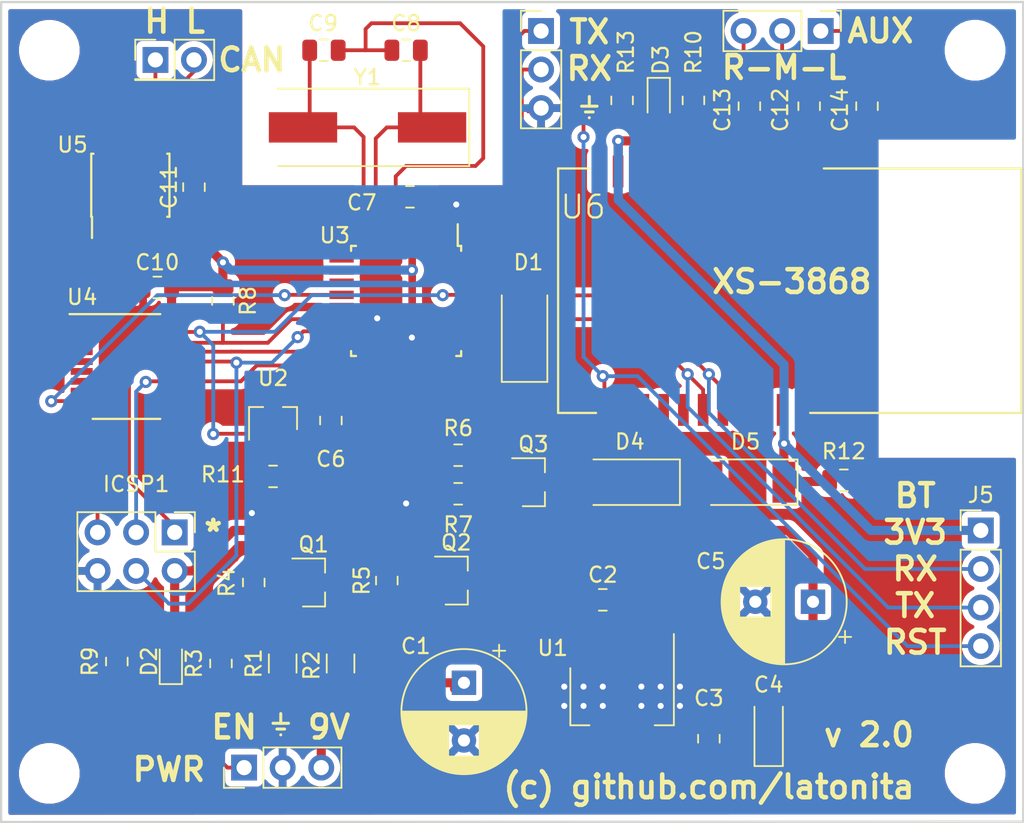
<source format=kicad_pcb>
(kicad_pcb (version 20171130) (host pcbnew 5.0.2-bee76a0~70~ubuntu18.04.1)
  (layers (0 F.Cu signal) (31 B.Cu signal) (34 B.Paste user) (35 F.Paste user) (36 B.SilkS user) (37 F.SilkS user) (38 B.Mask user) (39 F.Mask user) (44 Edge.Cuts user))
  (net 0 "")
  (net 1 "Net-(C12-Pad1)")
  (net 2 "Net-(C14-Pad1)")
  (net 3 "Net-(C13-Pad1)")
  (net 4 "Net-(U6-Pad4)")
  (net 5 "Net-(U6-Pad5)")
  (net 6 "Net-(U6-Pad6)")
  (net 7 "Net-(U6-Pad8)")
  (net 8 GND)
  (net 9 "Net-(U6-Pad23)")
  (net 10 "Net-(U6-Pad22)")
  (net 11 "Net-(U6-Pad21)")
  (net 12 /BT_RX)
  (net 13 /BT_TX)
  (net 14 "Net-(U6-Pad17)")
  (net 15 "Net-(U6-Pad16)")
  (net 16 "Net-(U6-Pad15)")
  (net 17 "Net-(U6-Pad14)")
  (net 18 +9V)
  (net 19 /PWR)
  (net 20 "Net-(Q3-Pad1)")
  (net 21 ENA_SIG_5V)
  (net 22 "Net-(Q1-Pad1)")
  (net 23 "Net-(Q1-Pad3)")
  (net 24 /BT_ON)
  (net 25 /CAN_CS)
  (net 26 "Net-(D2-Pad1)")
  (net 27 "Net-(D3-Pad1)")
  (net 28 /~RESET~)
  (net 29 "Net-(U4-Pad1)")
  (net 30 "Net-(U4-Pad2)")
  (net 31 "Net-(U4-Pad3)")
  (net 32 "Net-(U4-Pad4)")
  (net 33 "Net-(U4-Pad5)")
  (net 34 "Net-(U4-Pad6)")
  (net 35 "Net-(U4-Pad7)")
  (net 36 "Net-(U4-Pad8)")
  (net 37 /MCP_CLK)
  (net 38 "Net-(U4-Pad11)")
  (net 39 "Net-(U4-Pad12)")
  (net 40 /CAN_INT)
  (net 41 /SCK)
  (net 42 "Net-(U4-Pad15)")
  (net 43 /MOSI)
  (net 44 /MISO)
  (net 45 "Net-(U5-Pad5)")
  (net 46 "Net-(U3-Pad1)")
  (net 47 "Net-(U3-Pad2)")
  (net 48 "Net-(U3-Pad3)")
  (net 49 "Net-(U3-Pad6)")
  (net 50 /XTAL1)
  (net 51 /XTAL2)
  (net 52 "Net-(U3-Pad9)")
  (net 53 "Net-(U3-Pad10)")
  (net 54 "Net-(U3-Pad11)")
  (net 55 "Net-(U3-Pad13)")
  (net 56 "Net-(U3-Pad19)")
  (net 57 "Net-(U3-Pad20)")
  (net 58 "Net-(U3-Pad22)")
  (net 59 "Net-(D1-Pad1)")
  (net 60 /BT_LED)
  (net 61 /RXD)
  (net 62 /TXD)
  (net 63 "Net-(U3-Pad32)")
  (net 64 "Net-(D4-Pad1)")
  (net 65 /AUX_R)
  (net 66 /AUX_M)
  (net 67 /AUX_L)
  (net 68 /CAN_H)
  (net 69 /CAN_L)
  (net 70 /BT_PWR)
  (net 71 /PWR_9)
  (net 72 /PWR_9_1)
  (net 73 "Net-(U3-Pad26)")
  (net 74 "Net-(U3-Pad28)")
  (net 75 "Net-(R13-Pad2)")
  (net 76 "Net-(U6-Pad10)")
  (net 77 "Net-(U6-Pad20)")
  (net 78 "Net-(U3-Pad23)")
  (net 79 /BT_RESET)
  (net 80 /BT_3V3)
  (module Connector_PinHeader_2.54mm:PinHeader_1x04_P2.54mm_Vertical (layer F.Cu) (at 177.546 103.378)
    (fp_text reference J5 (at 0 -2.33) (layer F.SilkS))
    (fp_text value Conn_01x04_Male)
    (pad 1 thru_hole rect (at 0 0) (size 1.7 1.7) (drill 1) (layers *.Cu *.Mask) (net 80 /BT_3V3))
    (pad 2 thru_hole oval (at 0 2.54) (size 1.7 1.7) (drill 1) (layers *.Cu *.Mask) (net 12 /BT_RX))
    (pad 3 thru_hole oval (at 0 5.08) (size 1.7 1.7) (drill 1) (layers *.Cu *.Mask) (net 13 /BT_TX))
    (pad 4 thru_hole oval (at 0 7.62) (size 1.7 1.7) (drill 1) (layers *.Cu *.Mask) (net 79 /BT_RESET))
  )
  (module Resistor_SMD:R_0805_2012Metric (layer F.Cu) (at 153.924 75.057 270)
    (fp_text reference R13 (at -3.175 -0.254 90) (layer F.SilkS))
    (fp_text value 10k)
    (pad 1 smd roundrect (at -0.9375 0 270) (size 0.975 1.4) (layers F.Cu F.Paste F.Mask) (net 79 /BT_RESET))
    (pad 2 smd roundrect (at 0.9375 0 270) (size 0.975 1.4) (layers F.Cu F.Paste F.Mask) (net 75 "Net-(R13-Pad2)"))
  )
  (module latonita:XS3868 (layer F.Cu) (at 149.71 79.54 270)
    (fp_text reference U6 (at 2.54 -1.651 180) (layer F.SilkS) (effects (font (size 1.5 1.5))))
    (fp_text value XS3868)
    (pad 14 smd rect (at 15.9 -4.35 270) (size 2.1 0.7) (layers F.Cu F.Paste F.Mask) (net 17 "Net-(U6-Pad14)"))
    (pad 15 smd rect (at 15.9 -5.65 270) (size 2.1 0.7) (layers F.Cu F.Paste F.Mask) (net 16 "Net-(U6-Pad15)"))
    (pad 16 smd rect (at 15.9 -6.95 270) (size 2.1 0.7) (layers F.Cu F.Paste F.Mask) (net 15 "Net-(U6-Pad16)"))
    (pad 17 smd rect (at 15.9 -8.25 270) (size 2.1 0.7) (layers F.Cu F.Paste F.Mask) (net 14 "Net-(U6-Pad17)"))
    (pad 18 smd rect (at 15.9 -9.55 270) (size 2.1 0.7) (layers F.Cu F.Paste F.Mask) (net 13 /BT_TX))
    (pad 19 smd rect (at 15.9 -10.85 270) (size 2.1 0.7) (layers F.Cu F.Paste F.Mask) (net 12 /BT_RX))
    (pad 20 smd rect (at 15.9 -12.15 270) (size 2.1 0.7) (layers F.Cu F.Paste F.Mask) (net 77 "Net-(U6-Pad20)"))
    (pad 21 smd rect (at 15.9 -13.45 270) (size 2.1 0.7) (layers F.Cu F.Paste F.Mask) (net 11 "Net-(U6-Pad21)"))
    (pad 22 smd rect (at 15.9 -14.75 270) (size 2.1 0.7) (layers F.Cu F.Paste F.Mask) (net 10 "Net-(U6-Pad22)"))
    (pad 23 smd rect (at 15.9 -16.05 270) (size 2.1 0.7) (layers F.Cu F.Paste F.Mask) (net 9 "Net-(U6-Pad23)"))
    (pad 13 smd rect (at 15.9 -3.05 270) (size 2.1 0.7) (layers F.Cu F.Paste F.Mask) (net 79 /BT_RESET))
    (pad 12 smd rect (at 0.2 -2.65 270) (size 2.1 0.7) (layers F.Cu F.Paste F.Mask) (net 75 "Net-(R13-Pad2)"))
    (pad 11 smd rect (at 0.2 -3.95 270) (size 2.1 0.7) (layers F.Cu F.Paste F.Mask) (net 80 /BT_3V3))
    (pad 10 smd rect (at 0.2 -5.25 270) (size 2.1 0.7) (layers F.Cu F.Paste F.Mask) (net 76 "Net-(U6-Pad10)"))
    (pad 9 smd rect (at 0.2 -6.55 270) (size 2.1 0.7) (layers F.Cu F.Paste F.Mask) (net 8 GND))
    (pad 8 smd rect (at 0.2 -7.85 270) (size 2.1 0.7) (layers F.Cu F.Paste F.Mask) (net 7 "Net-(U6-Pad8)"))
    (pad 7 smd rect (at 0.2 -9.15 270) (size 2.1 0.7) (layers F.Cu F.Paste F.Mask) (net 60 /BT_LED))
    (pad 6 smd rect (at 0.2 -10.45 270) (size 2.1 0.7) (layers F.Cu F.Paste F.Mask) (net 6 "Net-(U6-Pad6)"))
    (pad 5 smd rect (at 0.2 -11.75 270) (size 2.1 0.7) (layers F.Cu F.Paste F.Mask) (net 5 "Net-(U6-Pad5)"))
    (pad 4 smd rect (at 0.2 -13.05 270) (size 2.1 0.7) (layers F.Cu F.Paste F.Mask) (net 4 "Net-(U6-Pad4)"))
    (pad 3 smd rect (at 0.2 -14.35 270) (size 2.1 0.7) (layers F.Cu F.Paste F.Mask) (net 3 "Net-(C13-Pad1)"))
    (pad 2 smd rect (at 0.2 -15.65 270) (size 2.1 0.7) (layers F.Cu F.Paste F.Mask) (net 2 "Net-(C14-Pad1)"))
    (pad 1 smd rect (at 0.2 -16.95 270) (size 2.1 0.7) (layers F.Cu F.Paste F.Mask) (net 1 "Net-(C12-Pad1)"))
  )
  (module Connector_PinHeader_2.54mm:PinHeader_1x03_P2.54mm_Vertical (layer F.Cu) (at 148.59 70.485)
    (fp_text reference J4 hide)
    (fp_text value Conn_01x03_Male)
    (pad 1 thru_hole rect (at 0 0) (size 1.7 1.7) (drill 1) (layers *.Cu *.Mask) (net 62 /TXD))
    (pad 2 thru_hole oval (at 0 2.54) (size 1.7 1.7) (drill 1) (layers *.Cu *.Mask) (net 61 /RXD))
    (pad 3 thru_hole oval (at 0 5.08) (size 1.7 1.7) (drill 1) (layers *.Cu *.Mask) (net 8 GND))
  )
  (module MountingHole:MountingHole_3.2mm_M3_DIN965 (layer F.Cu) (at 177.17 119.38)
    (fp_text reference MH4 hide)
    (fp_text value MountingHole)
    (pad 1 np_thru_hole circle (at 0 0) (size 3.2 3.2) (drill 3.2) (layers *.Cu *.Mask))
  )
  (module MountingHole:MountingHole_3.2mm_M3_DIN965 (layer F.Cu) (at 116.205 119.38)
    (fp_text reference MH3 hide)
    (fp_text value MountingHole)
    (pad 1 np_thru_hole circle (at 0 0) (size 3.2 3.2) (drill 3.2) (layers *.Cu *.Mask))
  )
  (module MountingHole:MountingHole_3.2mm_M3_DIN965 (layer F.Cu) (at 177.17 71.755)
    (fp_text reference MH2 hide)
    (fp_text value MountingHole)
    (pad 1 np_thru_hole circle (at 0 0) (size 3.2 3.2) (drill 3.2) (layers *.Cu *.Mask))
  )
  (module MountingHole:MountingHole_3.2mm_M3_DIN965 (layer F.Cu) (at 116.205 71.755)
    (fp_text reference MH1 hide)
    (fp_text value MountingHole)
    (pad 1 np_thru_hole circle (at 0 0) (size 3.2 3.2) (drill 3.2) (layers *.Cu *.Mask))
  )
  (module Capacitor_THT:CP_Radial_D8.0mm_P3.80mm (layer F.Cu) (at 166.497 108.077 180)
    (fp_text reference C5 (at 6.731 2.667 180) (layer F.SilkS))
    (fp_text value 330uF)
    (pad 1 thru_hole rect (at 0 0 180) (size 1.6 1.6) (drill 0.8) (layers *.Cu *.Mask) (net 19 /PWR))
    (pad 2 thru_hole circle (at 3.8 0 180) (size 1.6 1.6) (drill 0.8) (layers *.Cu *.Mask) (net 8 GND))
  )
  (module Capacitor_THT:CP_Radial_D8.0mm_P3.80mm (layer F.Cu) (at 143.51 113.411 270)
    (fp_text reference C1 (at -2.413 3.175) (layer F.SilkS))
    (fp_text value 470uF)
    (pad 1 thru_hole rect (at 0 0 270) (size 1.6 1.6) (drill 0.8) (layers *.Cu *.Mask) (net 71 /PWR_9))
    (pad 2 thru_hole circle (at 3.8 0 270) (size 1.6 1.6) (drill 0.8) (layers *.Cu *.Mask) (net 8 GND))
  )
  (module Diode_SMD:D_MELF (layer F.Cu) (at 147.5 90.297 90)
    (fp_text reference D1 (at 4.572 0.254 180) (layer F.SilkS))
    (fp_text value 1N4001)
    (pad 1 smd rect (at -2.4 0 90) (size 1.5 2.7) (layers F.Cu F.Paste F.Mask) (net 59 "Net-(D1-Pad1)"))
    (pad 2 smd rect (at 2.4 0 90) (size 1.5 2.7) (layers F.Cu F.Paste F.Mask) (net 12 /BT_RX))
  )
  (module Connector_PinHeader_2.54mm:PinHeader_2x01_P2.54mm_Vertical (layer F.Cu) (at 123.19 72.39)
    (fp_text reference J3 hide)
    (fp_text value Conn_01x02_Male)
    (pad 1 thru_hole rect (at 0 0) (size 1.7 1.7) (drill 1) (layers *.Cu *.Mask) (net 68 /CAN_H))
    (pad 2 thru_hole oval (at 2.54 0) (size 1.7 1.7) (drill 1) (layers *.Cu *.Mask) (net 69 /CAN_L))
  )
  (module Crystal:Crystal_SMD_HC49-SD (layer F.Cu) (at 137.16 76.835 180)
    (fp_text reference Y1 (at 0 3.302 180) (layer F.SilkS))
    (fp_text value Crystal)
    (pad 1 smd rect (at -4.25 0 180) (size 4.5 2) (layers F.Cu F.Paste F.Mask) (net 50 /XTAL1))
    (pad 2 smd rect (at 4.25 0 180) (size 4.5 2) (layers F.Cu F.Paste F.Mask) (net 51 /XTAL2))
  )
  (module Capacitor_SMD:C_0805_2012Metric (layer F.Cu) (at 170.053 75.438 90)
    (fp_text reference C14 (at -0.254 -1.778 90) (layer F.SilkS))
    (fp_text value 10uF)
    (pad 1 smd roundrect (at -0.9375 0 90) (size 0.975 1.4) (layers F.Cu F.Paste F.Mask) (net 2 "Net-(C14-Pad1)"))
    (pad 2 smd roundrect (at 0.9375 0 90) (size 0.975 1.4) (layers F.Cu F.Paste F.Mask) (net 67 /AUX_L))
  )
  (module Capacitor_SMD:C_0805_2012Metric (layer F.Cu) (at 152.654 107.95)
    (fp_text reference C2 (at 0 -1.65) (layer F.SilkS))
    (fp_text value 0.1uF)
    (pad 2 smd roundrect (at 0.9375 0) (size 0.975 1.4) (layers F.Cu F.Paste F.Mask) (net 8 GND))
    (pad 1 smd roundrect (at -0.9375 0) (size 0.975 1.4) (layers F.Cu F.Paste F.Mask) (net 72 /PWR_9_1))
  )
  (module Capacitor_SMD:C_0805_2012Metric (layer F.Cu) (at 159.639 117.094 90)
    (fp_text reference C3 (at 2.667 0 180) (layer F.SilkS))
    (fp_text value 0.1uF)
    (pad 1 smd roundrect (at -0.9375 0 90) (size 0.975 1.4) (layers F.Cu F.Paste F.Mask) (net 19 /PWR))
    (pad 2 smd roundrect (at 0.9375 0 90) (size 0.975 1.4) (layers F.Cu F.Paste F.Mask) (net 8 GND))
  )
  (module Capacitor_SMD:C_0805_2012Metric (layer F.Cu) (at 162.306 75.438 90)
    (fp_text reference C13 (at -0.254 -1.778 270) (layer F.SilkS))
    (fp_text value 10uF)
    (pad 2 smd roundrect (at 0.9375 0 90) (size 0.975 1.4) (layers F.Cu F.Paste F.Mask) (net 65 /AUX_R))
    (pad 1 smd roundrect (at -0.9375 0 90) (size 0.975 1.4) (layers F.Cu F.Paste F.Mask) (net 3 "Net-(C13-Pad1)"))
  )
  (module Capacitor_SMD:C_0805_2012Metric (layer F.Cu) (at 166.243 75.438 90)
    (fp_text reference C12 (at -0.254 -1.905 90) (layer F.SilkS))
    (fp_text value 10uF)
    (pad 1 smd roundrect (at -0.9375 0 90) (size 0.975 1.4) (layers F.Cu F.Paste F.Mask) (net 1 "Net-(C12-Pad1)"))
    (pad 2 smd roundrect (at 0.9375 0 90) (size 0.975 1.4) (layers F.Cu F.Paste F.Mask) (net 66 /AUX_M))
  )
  (module Capacitor_SMD:C_0805_2012Metric (layer F.Cu) (at 134.747 96.139 90)
    (fp_text reference C6 (at -2.54 0) (layer F.SilkS))
    (fp_text value 0.1uF)
    (pad 2 smd roundrect (at 0.9375 0 90) (size 0.975 1.4) (layers F.Cu F.Paste F.Mask) (net 8 GND))
    (pad 1 smd roundrect (at -0.9375 0 90) (size 0.975 1.4) (layers F.Cu F.Paste F.Mask) (net 19 /PWR))
  )
  (module Capacitor_SMD:C_0805_2012Metric (layer F.Cu) (at 139.954 81.407 180)
    (fp_text reference C7 (at 3.175 -0.381 180) (layer F.SilkS))
    (fp_text value 100nF)
    (pad 1 smd roundrect (at -0.9375 0 180) (size 0.975 1.4) (layers F.Cu F.Paste F.Mask) (net 19 /PWR))
    (pad 2 smd roundrect (at 0.9375 0 180) (size 0.975 1.4) (layers F.Cu F.Paste F.Mask) (net 8 GND))
  )
  (module Capacitor_SMD:C_0805_2012Metric (layer F.Cu) (at 139.7 71.755 180)
    (fp_text reference C8 (at 0 1.778 180) (layer F.SilkS))
    (fp_text value 22pF)
    (pad 2 smd roundrect (at 0.9375 0 180) (size 0.975 1.4) (layers F.Cu F.Paste F.Mask) (net 8 GND))
    (pad 1 smd roundrect (at -0.9375 0 180) (size 0.975 1.4) (layers F.Cu F.Paste F.Mask) (net 50 /XTAL1))
  )
  (module Capacitor_SMD:C_0805_2012Metric (layer F.Cu) (at 134.2875 71.755)
    (fp_text reference C9 (at -0.0485 -1.778) (layer F.SilkS))
    (fp_text value 22pF)
    (pad 1 smd roundrect (at -0.9375 0) (size 0.975 1.4) (layers F.Cu F.Paste F.Mask) (net 51 /XTAL2))
    (pad 2 smd roundrect (at 0.9375 0) (size 0.975 1.4) (layers F.Cu F.Paste F.Mask) (net 8 GND))
  )
  (module Capacitor_SMD:C_0805_2012Metric (layer F.Cu) (at 123.317 87.376 180)
    (fp_text reference C10 (at 0 1.651 180) (layer F.SilkS))
    (fp_text value 100nF)
    (pad 2 smd roundrect (at 0.9375 0 180) (size 0.975 1.4) (layers F.Cu F.Paste F.Mask) (net 8 GND))
    (pad 1 smd roundrect (at -0.9375 0 180) (size 0.975 1.4) (layers F.Cu F.Paste F.Mask) (net 19 /PWR))
  )
  (module Capacitor_SMD:C_0805_2012Metric (layer F.Cu) (at 125.73 80.772 90)
    (fp_text reference C11 (at 0 -1.65 90) (layer F.SilkS))
    (fp_text value 100nF)
    (pad 1 smd roundrect (at -0.9375 0 90) (size 0.975 1.4) (layers F.Cu F.Paste F.Mask) (net 19 /PWR))
    (pad 2 smd roundrect (at 0.9375 0 90) (size 0.975 1.4) (layers F.Cu F.Paste F.Mask) (net 8 GND))
  )
  (module Capacitor_Tantalum_SMD:CP_EIA-3216-18_Kemet-A (layer F.Cu) (at 163.576 116.586 90)
    (fp_text reference C4 (at 3.048 0 180) (layer F.SilkS))
    (fp_text value 10uF)
    (pad 1 smd roundrect (at -1.35 0 90) (size 1.4 1.35) (layers F.Cu F.Paste F.Mask) (roundrect_rratio 0.185185) (net 19 /PWR))
    (pad 2 smd roundrect (at 1.35 0 90) (size 1.4 1.35) (layers F.Cu F.Paste F.Mask) (roundrect_rratio 0.185185) (net 8 GND))
  )
  (module Connector_PinHeader_2.54mm:PinHeader_1x03_P2.54mm_Vertical (layer F.Cu) (at 167.005 70.485 270)
    (fp_text reference J2 hide)
    (fp_text value Conn_01x03_Male)
    (pad 3 thru_hole oval (at 0 5.08 270) (size 1.7 1.7) (drill 1) (layers *.Cu *.Mask) (net 65 /AUX_R))
    (pad 2 thru_hole oval (at 0 2.54 270) (size 1.7 1.7) (drill 1) (layers *.Cu *.Mask) (net 66 /AUX_M))
    (pad 1 thru_hole rect (at 0 0 270) (size 1.7 1.7) (drill 1) (layers *.Cu *.Mask) (net 67 /AUX_L))
  )
  (module Connector_PinHeader_2.54mm:PinHeader_1x03_P2.54mm_Vertical (layer F.Cu) (at 129.032 118.999 90)
    (fp_text reference J1 hide)
    (fp_text value Conn_01x03_Male)
    (pad 1 thru_hole rect (at 0 0 90) (size 1.7 1.7) (drill 1) (layers *.Cu *.Mask) (net 21 ENA_SIG_5V))
    (pad 2 thru_hole oval (at 0 2.54 90) (size 1.7 1.7) (drill 1) (layers *.Cu *.Mask) (net 8 GND))
    (pad 3 thru_hole oval (at 0 5.08 90) (size 1.7 1.7) (drill 1) (layers *.Cu *.Mask) (net 18 +9V))
  )
  (module Connector_PinHeader_2.54mm:PinHeader_2x03_P2.54mm_Vertical (layer F.Cu) (at 124.46 103.505 270)
    (fp_text reference ICSP1 (at -3.175 2.54) (layer F.SilkS))
    (fp_text value Conn_02x03_Odd_Even)
    (pad 1 thru_hole rect (at 0 0 270) (size 1.7 1.7) (drill 1) (layers *.Cu *.Mask) (net 44 /MISO))
    (pad 2 thru_hole oval (at 2.54 0 270) (size 1.7 1.7) (drill 1) (layers *.Cu *.Mask) (net 19 /PWR))
    (pad 3 thru_hole oval (at 0 2.54 270) (size 1.7 1.7) (drill 1) (layers *.Cu *.Mask) (net 41 /SCK))
    (pad 4 thru_hole oval (at 2.54 2.54 270) (size 1.7 1.7) (drill 1) (layers *.Cu *.Mask) (net 43 /MOSI))
    (pad 5 thru_hole oval (at 0 5.08 270) (size 1.7 1.7) (drill 1) (layers *.Cu *.Mask) (net 28 /~RESET~))
    (pad 6 thru_hole oval (at 2.54 5.08 270) (size 1.7 1.7) (drill 1) (layers *.Cu *.Mask) (net 8 GND))
  )
  (module Diode_SMD:D_MELF (layer F.Cu) (at 154.432 100.203 180)
    (fp_text reference D4 (at 0 2.667 180) (layer F.SilkS))
    (fp_text value 1N4001)
    (pad 2 smd rect (at 2.4 0 180) (size 1.5 2.7) (layers F.Cu F.Paste F.Mask) (net 70 /BT_PWR))
    (pad 1 smd rect (at -2.4 0 180) (size 1.5 2.7) (layers F.Cu F.Paste F.Mask) (net 64 "Net-(D4-Pad1)"))
  )
  (module Diode_SMD:D_MELF (layer F.Cu) (at 162.179 100.203 180)
    (fp_text reference D5 (at 0.127 2.667 180) (layer F.SilkS))
    (fp_text value 1N4001)
    (pad 1 smd rect (at -2.4 0 180) (size 1.5 2.7) (layers F.Cu F.Paste F.Mask) (net 80 /BT_3V3))
    (pad 2 smd rect (at 2.4 0 180) (size 1.5 2.7) (layers F.Cu F.Paste F.Mask) (net 64 "Net-(D4-Pad1)"))
  )
  (module LED_SMD:LED_0603_1608Metric (layer F.Cu) (at 156.337 75.057 270)
    (fp_text reference D3 (at -2.667 -0.127 90) (layer F.SilkS))
    (fp_text value LED)
    (pad 2 smd roundrect (at 0.7875 0 270) (size 0.875 0.95) (layers F.Cu F.Paste F.Mask) (net 80 /BT_3V3))
    (pad 1 smd roundrect (at -0.7875 0 270) (size 0.875 0.95) (layers F.Cu F.Paste F.Mask) (net 27 "Net-(D3-Pad1)"))
  )
  (module LED_SMD:LED_0603_1608Metric (layer F.Cu) (at 124.206 112.014 90)
    (fp_text reference D2 (at 0 -1.43 90) (layer F.SilkS))
    (fp_text value LED)
    (pad 1 smd roundrect (at -0.7875 0 90) (size 0.875 0.95) (layers F.Cu F.Paste F.Mask) (net 26 "Net-(D2-Pad1)"))
    (pad 2 smd roundrect (at 0.7875 0 90) (size 0.875 0.95) (layers F.Cu F.Paste F.Mask) (net 19 /PWR))
  )
  (module Package_QFP:TQFP-32_7x7mm_P0.8mm (layer F.Cu) (at 139.7 88.265 270)
    (fp_text reference U3 (at -4.318 4.699) (layer F.SilkS))
    (fp_text value ATmega328PB-AU)
    (pad 1 smd rect (at -4.25 -2.8 270) (size 1.6 0.55) (layers F.Cu F.Paste F.Mask) (net 46 "Net-(U3-Pad1)"))
    (pad 2 smd rect (at -4.25 -2 270) (size 1.6 0.55) (layers F.Cu F.Paste F.Mask) (net 47 "Net-(U3-Pad2)"))
    (pad 3 smd rect (at -4.25 -1.2 270) (size 1.6 0.55) (layers F.Cu F.Paste F.Mask) (net 48 "Net-(U3-Pad3)"))
    (pad 4 smd rect (at -4.25 -0.4 270) (size 1.6 0.55) (layers F.Cu F.Paste F.Mask) (net 19 /PWR))
    (pad 5 smd rect (at -4.25 0.4 270) (size 1.6 0.55) (layers F.Cu F.Paste F.Mask) (net 8 GND))
    (pad 6 smd rect (at -4.25 1.2 270) (size 1.6 0.55) (layers F.Cu F.Paste F.Mask) (net 49 "Net-(U3-Pad6)"))
    (pad 7 smd rect (at -4.25 2 270) (size 1.6 0.55) (layers F.Cu F.Paste F.Mask) (net 50 /XTAL1))
    (pad 8 smd rect (at -4.25 2.8 270) (size 1.6 0.55) (layers F.Cu F.Paste F.Mask) (net 51 /XTAL2))
    (pad 9 smd rect (at -2.8 4.25) (size 1.6 0.55) (layers F.Cu F.Paste F.Mask) (net 52 "Net-(U3-Pad9)"))
    (pad 10 smd rect (at -2 4.25) (size 1.6 0.55) (layers F.Cu F.Paste F.Mask) (net 53 "Net-(U3-Pad10)"))
    (pad 11 smd rect (at -1.2 4.25) (size 1.6 0.55) (layers F.Cu F.Paste F.Mask) (net 54 "Net-(U3-Pad11)"))
    (pad 12 smd rect (at -0.4 4.25) (size 1.6 0.55) (layers F.Cu F.Paste F.Mask) (net 37 /MCP_CLK))
    (pad 13 smd rect (at 0.4 4.25) (size 1.6 0.55) (layers F.Cu F.Paste F.Mask) (net 55 "Net-(U3-Pad13)"))
    (pad 14 smd rect (at 1.2 4.25) (size 1.6 0.55) (layers F.Cu F.Paste F.Mask) (net 25 /CAN_CS))
    (pad 15 smd rect (at 2 4.25) (size 1.6 0.55) (layers F.Cu F.Paste F.Mask) (net 43 /MOSI))
    (pad 16 smd rect (at 2.8 4.25) (size 1.6 0.55) (layers F.Cu F.Paste F.Mask) (net 44 /MISO))
    (pad 17 smd rect (at 4.25 2.8 270) (size 1.6 0.55) (layers F.Cu F.Paste F.Mask) (net 41 /SCK))
    (pad 18 smd rect (at 4.25 2 270) (size 1.6 0.55) (layers F.Cu F.Paste F.Mask) (net 19 /PWR))
    (pad 19 smd rect (at 4.25 1.2 270) (size 1.6 0.55) (layers F.Cu F.Paste F.Mask) (net 56 "Net-(U3-Pad19)"))
    (pad 20 smd rect (at 4.25 0.4 270) (size 1.6 0.55) (layers F.Cu F.Paste F.Mask) (net 57 "Net-(U3-Pad20)"))
    (pad 21 smd rect (at 4.25 -0.4 270) (size 1.6 0.55) (layers F.Cu F.Paste F.Mask) (net 8 GND))
    (pad 22 smd rect (at 4.25 -1.2 270) (size 1.6 0.55) (layers F.Cu F.Paste F.Mask) (net 58 "Net-(U3-Pad22)"))
    (pad 23 smd rect (at 4.25 -2 270) (size 1.6 0.55) (layers F.Cu F.Paste F.Mask) (net 78 "Net-(U3-Pad23)"))
    (pad 24 smd rect (at 4.25 -2.8 270) (size 1.6 0.55) (layers F.Cu F.Paste F.Mask) (net 24 /BT_ON))
    (pad 25 smd rect (at 2.8 -4.25) (size 1.6 0.55) (layers F.Cu F.Paste F.Mask) (net 59 "Net-(D1-Pad1)"))
    (pad 26 smd rect (at 2 -4.25) (size 1.6 0.55) (layers F.Cu F.Paste F.Mask) (net 73 "Net-(U3-Pad26)"))
    (pad 27 smd rect (at 1.2 -4.25) (size 1.6 0.55) (layers F.Cu F.Paste F.Mask) (net 13 /BT_TX))
    (pad 28 smd rect (at 0.4 -4.25) (size 1.6 0.55) (layers F.Cu F.Paste F.Mask) (net 74 "Net-(U3-Pad28)"))
    (pad 29 smd rect (at -0.4 -4.25) (size 1.6 0.55) (layers F.Cu F.Paste F.Mask) (net 28 /~RESET~))
    (pad 30 smd rect (at -1.2 -4.25) (size 1.6 0.55) (layers F.Cu F.Paste F.Mask) (net 61 /RXD))
    (pad 31 smd rect (at -2 -4.25) (size 1.6 0.55) (layers F.Cu F.Paste F.Mask) (net 62 /TXD))
    (pad 32 smd rect (at -2.8 -4.25) (size 1.6 0.55) (layers F.Cu F.Paste F.Mask) (net 63 "Net-(U3-Pad32)"))
  )
  (module Package_SO:SOIC-8_3.9x4.9mm_P1.27mm (layer F.Cu) (at 121.539 80.645 90)
    (fp_text reference U5 (at 2.667 -3.81 180) (layer F.SilkS))
    (fp_text value MCP2551-I-SN)
    (pad 1 smd rect (at -2.7 -1.905 90) (size 1.55 0.6) (layers F.Cu F.Paste F.Mask) (net 29 "Net-(U4-Pad1)"))
    (pad 2 smd rect (at -2.7 -0.635 90) (size 1.55 0.6) (layers F.Cu F.Paste F.Mask) (net 8 GND))
    (pad 3 smd rect (at -2.7 0.635 90) (size 1.55 0.6) (layers F.Cu F.Paste F.Mask) (net 19 /PWR))
    (pad 4 smd rect (at -2.7 1.905 90) (size 1.55 0.6) (layers F.Cu F.Paste F.Mask) (net 30 "Net-(U4-Pad2)"))
    (pad 5 smd rect (at 2.7 1.905 90) (size 1.55 0.6) (layers F.Cu F.Paste F.Mask) (net 45 "Net-(U5-Pad5)"))
    (pad 6 smd rect (at 2.7 0.635 90) (size 1.55 0.6) (layers F.Cu F.Paste F.Mask) (net 69 /CAN_L))
    (pad 7 smd rect (at 2.7 -0.635 90) (size 1.55 0.6) (layers F.Cu F.Paste F.Mask) (net 68 /CAN_H))
    (pad 8 smd rect (at 2.7 -1.905 90) (size 1.55 0.6) (layers F.Cu F.Paste F.Mask) (net 8 GND))
  )
  (module Package_SO:TSSOP-20_4.4x6.5mm_P0.65mm (layer F.Cu) (at 121.285 92.583)
    (fp_text reference U4 (at -2.921 -4.572) (layer F.SilkS))
    (fp_text value MCP2515-EST)
    (pad 1 smd rect (at -2.95 -2.925) (size 1.45 0.45) (layers F.Cu F.Paste F.Mask) (net 29 "Net-(U4-Pad1)"))
    (pad 2 smd rect (at -2.95 -2.275) (size 1.45 0.45) (layers F.Cu F.Paste F.Mask) (net 30 "Net-(U4-Pad2)"))
    (pad 3 smd rect (at -2.95 -1.625) (size 1.45 0.45) (layers F.Cu F.Paste F.Mask) (net 31 "Net-(U4-Pad3)"))
    (pad 4 smd rect (at -2.95 -0.975) (size 1.45 0.45) (layers F.Cu F.Paste F.Mask) (net 32 "Net-(U4-Pad4)"))
    (pad 5 smd rect (at -2.95 -0.325) (size 1.45 0.45) (layers F.Cu F.Paste F.Mask) (net 33 "Net-(U4-Pad5)"))
    (pad 6 smd rect (at -2.95 0.325) (size 1.45 0.45) (layers F.Cu F.Paste F.Mask) (net 34 "Net-(U4-Pad6)"))
    (pad 7 smd rect (at -2.95 0.975) (size 1.45 0.45) (layers F.Cu F.Paste F.Mask) (net 35 "Net-(U4-Pad7)"))
    (pad 8 smd rect (at -2.95 1.625) (size 1.45 0.45) (layers F.Cu F.Paste F.Mask) (net 36 "Net-(U4-Pad8)"))
    (pad 9 smd rect (at -2.95 2.275) (size 1.45 0.45) (layers F.Cu F.Paste F.Mask) (net 37 /MCP_CLK))
    (pad 10 smd rect (at -2.95 2.925) (size 1.45 0.45) (layers F.Cu F.Paste F.Mask) (net 8 GND))
    (pad 11 smd rect (at 2.95 2.925) (size 1.45 0.45) (layers F.Cu F.Paste F.Mask) (net 38 "Net-(U4-Pad11)"))
    (pad 12 smd rect (at 2.95 2.275) (size 1.45 0.45) (layers F.Cu F.Paste F.Mask) (net 39 "Net-(U4-Pad12)"))
    (pad 13 smd rect (at 2.95 1.625) (size 1.45 0.45) (layers F.Cu F.Paste F.Mask) (net 40 /CAN_INT))
    (pad 14 smd rect (at 2.95 0.975) (size 1.45 0.45) (layers F.Cu F.Paste F.Mask) (net 41 /SCK))
    (pad 15 smd rect (at 2.95 0.325) (size 1.45 0.45) (layers F.Cu F.Paste F.Mask) (net 42 "Net-(U4-Pad15)"))
    (pad 16 smd rect (at 2.95 -0.325) (size 1.45 0.45) (layers F.Cu F.Paste F.Mask) (net 43 /MOSI))
    (pad 17 smd rect (at 2.95 -0.975) (size 1.45 0.45) (layers F.Cu F.Paste F.Mask) (net 44 /MISO))
    (pad 18 smd rect (at 2.95 -1.625) (size 1.45 0.45) (layers F.Cu F.Paste F.Mask) (net 25 /CAN_CS))
    (pad 19 smd rect (at 2.95 -2.275) (size 1.45 0.45) (layers F.Cu F.Paste F.Mask) (net 28 /~RESET~))
    (pad 20 smd rect (at 2.95 -2.925) (size 1.45 0.45) (layers F.Cu F.Paste F.Mask) (net 19 /PWR))
  )
  (module Package_TO_SOT_SMD:SOT-223-3_TabPin2 (layer F.Cu) (at 153.924 114.3 270)
    (fp_text reference U1 (at -3.175 4.572) (layer F.SilkS))
    (fp_text value AP1117-50)
    (pad 2 smd rect (at 3.15 0 270) (size 2 3.8) (layers F.Cu F.Paste F.Mask) (net 19 /PWR))
    (pad 2 smd rect (at -3.15 0 270) (size 2 1.5) (layers F.Cu F.Paste F.Mask) (net 19 /PWR))
    (pad 3 smd rect (at -3.15 2.3 270) (size 2 1.5) (layers F.Cu F.Paste F.Mask) (net 72 /PWR_9_1))
    (pad 1 smd rect (at -3.15 -2.3 270) (size 2 1.5) (layers F.Cu F.Paste F.Mask) (net 8 GND))
  )
  (module Package_TO_SOT_SMD:SOT-23 (layer F.Cu) (at 130.937 96.012 90)
    (fp_text reference U2 (at 2.667 0 -180) (layer F.SilkS))
    (fp_text value MCP100-450D)
    (pad 3 smd rect (at 1 0 90) (size 0.9 0.8) (layers F.Cu F.Paste F.Mask) (net 8 GND))
    (pad 2 smd rect (at -1 0.95 90) (size 0.9 0.8) (layers F.Cu F.Paste F.Mask) (net 19 /PWR))
    (pad 1 smd rect (at -1 -0.95 90) (size 0.9 0.8) (layers F.Cu F.Paste F.Mask) (net 28 /~RESET~))
  )
  (module Package_TO_SOT_SMD:SOT-23 (layer F.Cu) (at 133.604 106.807)
    (fp_text reference Q1 (at 0 -2.5) (layer F.SilkS))
    (fp_text value 2N7002)
    (pad 1 smd rect (at -1 -0.95) (size 0.9 0.8) (layers F.Cu F.Paste F.Mask) (net 22 "Net-(Q1-Pad1)"))
    (pad 2 smd rect (at -1 0.95) (size 0.9 0.8) (layers F.Cu F.Paste F.Mask) (net 8 GND))
    (pad 3 smd rect (at 1 0) (size 0.9 0.8) (layers F.Cu F.Paste F.Mask) (net 23 "Net-(Q1-Pad3)"))
  )
  (module Package_TO_SOT_SMD:SOT-23 (layer F.Cu) (at 143.002 106.68)
    (fp_text reference Q2 (at 0 -2.5) (layer F.SilkS))
    (fp_text value IRLML6402)
    (pad 3 smd rect (at 1 0) (size 0.9 0.8) (layers F.Cu F.Paste F.Mask) (net 72 /PWR_9_1))
    (pad 2 smd rect (at -1 0.95) (size 0.9 0.8) (layers F.Cu F.Paste F.Mask) (net 71 /PWR_9))
    (pad 1 smd rect (at -1 -0.95) (size 0.9 0.8) (layers F.Cu F.Paste F.Mask) (net 23 "Net-(Q1-Pad3)"))
  )
  (module Package_TO_SOT_SMD:SOT-23 (layer F.Cu) (at 148.082 100.203)
    (fp_text reference Q3 (at 0 -2.5) (layer F.SilkS))
    (fp_text value IRLML6402)
    (pad 1 smd rect (at -1 -0.95) (size 0.9 0.8) (layers F.Cu F.Paste F.Mask) (net 20 "Net-(Q3-Pad1)"))
    (pad 2 smd rect (at -1 0.95) (size 0.9 0.8) (layers F.Cu F.Paste F.Mask) (net 19 /PWR))
    (pad 3 smd rect (at 1 0) (size 0.9 0.8) (layers F.Cu F.Paste F.Mask) (net 70 /BT_PWR))
  )
  (module Resistor_SMD:R_0805_2012Metric (layer F.Cu) (at 168.529 100.076 180)
    (fp_text reference R12 (at 0 1.905) (layer F.SilkS))
    (fp_text value 1k)
    (pad 2 smd roundrect (at 0.9375 0 180) (size 0.975 1.4) (layers F.Cu F.Paste F.Mask) (net 80 /BT_3V3))
    (pad 1 smd roundrect (at -0.9375 0 180) (size 0.975 1.4) (layers F.Cu F.Paste F.Mask) (net 8 GND))
  )
  (module Resistor_SMD:R_0805_2012Metric (layer F.Cu) (at 130.937 99.822 180)
    (fp_text reference R11 (at 3.302 0.127) (layer F.SilkS))
    (fp_text value 10k)
    (pad 1 smd roundrect (at -0.9375 0 180) (size 0.975 1.4) (layers F.Cu F.Paste F.Mask) (net 19 /PWR))
    (pad 2 smd roundrect (at 0.9375 0 180) (size 0.975 1.4) (layers F.Cu F.Paste F.Mask) (net 28 /~RESET~))
  )
  (module Resistor_SMD:R_0805_2012Metric (layer F.Cu) (at 158.623 75.057 270)
    (fp_text reference R10 (at -3.175 0 90) (layer F.SilkS))
    (fp_text value 680)
    (pad 2 smd roundrect (at 0.9375 0 270) (size 0.975 1.4) (layers F.Cu F.Paste F.Mask) (net 60 /BT_LED))
    (pad 1 smd roundrect (at -0.9375 0 270) (size 0.975 1.4) (layers F.Cu F.Paste F.Mask) (net 27 "Net-(D3-Pad1)"))
  )
  (module Resistor_SMD:R_0805_2012Metric (layer F.Cu) (at 120.65 112.014 90)
    (fp_text reference R9 (at 0 -1.778 90) (layer F.SilkS))
    (fp_text value 1k)
    (pad 1 smd roundrect (at -0.9375 0 90) (size 0.975 1.4) (layers F.Cu F.Paste F.Mask) (net 26 "Net-(D2-Pad1)"))
    (pad 2 smd roundrect (at 0.9375 0 90) (size 0.975 1.4) (layers F.Cu F.Paste F.Mask) (net 8 GND))
  )
  (module Resistor_SMD:R_0805_2012Metric (layer F.Cu) (at 127.635 88.265 270)
    (fp_text reference R8 (at 0 -1.65 270) (layer F.SilkS))
    (fp_text value 10k)
    (pad 2 smd roundrect (at 0.9375 0 270) (size 0.975 1.4) (layers F.Cu F.Paste F.Mask) (net 25 /CAN_CS))
    (pad 1 smd roundrect (at -0.9375 0 270) (size 0.975 1.4) (layers F.Cu F.Paste F.Mask) (net 19 /PWR))
  )
  (module Resistor_SMD:R_0805_2012Metric (layer F.Cu) (at 143.129 98.425 180)
    (fp_text reference R6 (at 0 1.778 180) (layer F.SilkS))
    (fp_text value 50)
    (pad 1 smd roundrect (at -0.9375 0 180) (size 0.975 1.4) (layers F.Cu F.Paste F.Mask) (net 20 "Net-(Q3-Pad1)"))
    (pad 2 smd roundrect (at 0.9375 0 180) (size 0.975 1.4) (layers F.Cu F.Paste F.Mask) (net 24 /BT_ON))
  )
  (module Resistor_SMD:R_0805_2012Metric (layer F.Cu) (at 138.43 106.68 90)
    (fp_text reference R5 (at 0 -1.65 90) (layer F.SilkS))
    (fp_text value 10k)
    (pad 2 smd roundrect (at 0.9375 0 90) (size 0.975 1.4) (layers F.Cu F.Paste F.Mask) (net 23 "Net-(Q1-Pad3)"))
    (pad 1 smd roundrect (at -0.9375 0 90) (size 0.975 1.4) (layers F.Cu F.Paste F.Mask) (net 71 /PWR_9))
  )
  (module Resistor_SMD:R_0805_2012Metric (layer F.Cu) (at 129.667 106.807 270)
    (fp_text reference R4 (at 0 1.778 270) (layer F.SilkS))
    (fp_text value 10k)
    (pad 1 smd roundrect (at -0.9375 0 270) (size 0.975 1.4) (layers F.Cu F.Paste F.Mask) (net 22 "Net-(Q1-Pad1)"))
    (pad 2 smd roundrect (at 0.9375 0 270) (size 0.975 1.4) (layers F.Cu F.Paste F.Mask) (net 8 GND))
  )
  (module Resistor_SMD:R_0805_2012Metric (layer F.Cu) (at 127.508 112.141 270)
    (fp_text reference R3 (at 0 1.778 270) (layer F.SilkS))
    (fp_text value 50)
    (pad 2 smd roundrect (at 0.9375 0 270) (size 0.975 1.4) (layers F.Cu F.Paste F.Mask) (net 21 ENA_SIG_5V))
    (pad 1 smd roundrect (at -0.9375 0 270) (size 0.975 1.4) (layers F.Cu F.Paste F.Mask) (net 22 "Net-(Q1-Pad1)"))
  )
  (module Resistor_SMD:R_0805_2012Metric (layer F.Cu) (at 143.129 100.965)
    (fp_text reference R7 (at 0 2.032) (layer F.SilkS))
    (fp_text value 10k)
    (pad 1 smd roundrect (at -0.9375 0) (size 0.975 1.4) (layers F.Cu F.Paste F.Mask) (net 19 /PWR))
    (pad 2 smd roundrect (at 0.9375 0) (size 0.975 1.4) (layers F.Cu F.Paste F.Mask) (net 20 "Net-(Q3-Pad1)"))
  )
  (module Resistor_SMD:R_1206_3216Metric (layer F.Cu) (at 131.572 112.141 270)
    (fp_text reference R1 (at 0 1.905 270) (layer F.SilkS))
    (fp_text value 200)
    (pad 2 smd roundrect (at 1.4 0 270) (size 1.25 1.75) (layers F.Cu F.Paste F.Mask) (roundrect_rratio 0.2) (net 18 +9V))
    (pad 1 smd roundrect (at -1.4 0 270) (size 1.25 1.75) (layers F.Cu F.Paste F.Mask) (roundrect_rratio 0.2) (net 71 /PWR_9))
  )
  (module Resistor_SMD:R_1206_3216Metric (layer F.Cu) (at 135.382 112.141 270)
    (fp_text reference R2 (at 0.127 1.905 270) (layer F.SilkS))
    (fp_text value 200)
    (pad 1 smd roundrect (at -1.4 0 270) (size 1.25 1.75) (layers F.Cu F.Paste F.Mask) (roundrect_rratio 0.2) (net 71 /PWR_9))
    (pad 2 smd roundrect (at 1.4 0 270) (size 1.25 1.75) (layers F.Cu F.Paste F.Mask) (roundrect_rratio 0.2) (net 18 +9V))
  )
  (gr_text "BT\n3V3\nRX\nTX\nRST" (at 173.228 105.918) (layer F.SilkS) (effects (font (size 1.5 1.5) (thickness 0.3))))
  (gr_text "v 2.0" (at 170.18 116.84) (layer F.SilkS) (effects (font (size 1.5 1.5) (thickness 0.3))))
  (gr_text "(c) github.com/latonita" (at 159.639 120.269) (layer F.SilkS) (effects (font (size 1.5 1.5) (thickness 0.3))))
  (gr_text PWR (at 124.079 119.126) (layer F.SilkS) (effects (font (size 1.5 1.5) (thickness 0.3))))
  (gr_text XS-3868 (at 165.1 86.995) (layer F.SilkS) (effects (font (size 1.5 1.5) (thickness 0.3))))
  (gr_line (start 151.765 74.803) (end 151.765 75.438) (layer F.SilkS) (width 0.2))
  (gr_line (start 151.257 75.438) (end 152.273 75.438) (layer F.SilkS) (width 0.2))
  (gr_line (start 151.765 76.2) (end 151.765 76.2) (layer F.SilkS) (width 0.2))
  (gr_line (start 151.511 75.819) (end 152.019 75.819) (layer F.SilkS) (width 0.2))
  (gr_line (start 131.445 116.84) (end 131.445 116.84) (layer F.SilkS) (width 0.2))
  (gr_line (start 131.191 116.459) (end 131.699 116.459) (layer F.SilkS) (width 0.2))
  (gr_line (start 130.937 116.078) (end 131.953 116.078) (layer F.SilkS) (width 0.2))
  (gr_line (start 131.445 115.443) (end 131.445 116.078) (layer F.SilkS) (width 0.2))
  (gr_text * (at 127 103.505) (layer F.SilkS) (effects (font (size 1.5 1.5) (thickness 0.3))))
  (gr_text "H L\n" (at 124.46 69.85) (layer F.SilkS) (effects (font (size 1.5 1.5) (thickness 0.3))))
  (gr_text AUX (at 170.942 70.485) (layer F.SilkS) (effects (font (size 1.5 1.5) (thickness 0.3))))
  (gr_text "R-M-L\n" (at 164.592 72.898) (layer F.SilkS) (effects (font (size 1.5 1.5) (thickness 0.3))))
  (gr_text "EN   9V\n" (at 131.445 116.332) (layer F.SilkS) (effects (font (size 1.5 1.5) (thickness 0.3))))
  (gr_text "CAN\n" (at 129.54 72.39) (layer F.SilkS) (effects (font (size 1.5 1.5) (thickness 0.3))))
  (gr_text "TX\nRX\n" (at 151.765 71.755) (layer F.SilkS) (effects (font (size 1.5 1.5) (thickness 0.3))))
  (gr_line (start 113.03 122.58) (end 113.03 68.58) (layer Edge.Cuts) (width 0.15))
  (gr_line (start 180.34 122.555) (end 113.03 122.58) (layer Edge.Cuts) (width 0.15))
  (gr_line (start 180.34 68.58) (end 180.34 122.515) (layer Edge.Cuts) (width 0.15))
  (gr_line (start 113.03 68.58) (end 180.34 68.58) (layer Edge.Cuts) (width 0.15))
  (segment (start 166.66 76.7925) (end 166.243 76.3755) (width 0.25) (layer F.Cu) (net 1))
  (segment (start 166.66 79.74) (end 166.66 76.7925) (width 0.25) (layer F.Cu) (net 1))
  (segment (start 170.053 76.963) (end 170.053 76.3755) (width 0.25) (layer F.Cu) (net 2))
  (segment (start 167.767 81.788) (end 170.053 79.502) (width 0.25) (layer F.Cu) (net 2))
  (segment (start 165.608 81.788) (end 167.767 81.788) (width 0.25) (layer F.Cu) (net 2))
  (segment (start 165.36 79.74) (end 165.36 81.54) (width 0.25) (layer F.Cu) (net 2))
  (segment (start 170.053 79.502) (end 170.053 76.963) (width 0.25) (layer F.Cu) (net 2))
  (segment (start 165.36 81.54) (end 165.608 81.788) (width 0.25) (layer F.Cu) (net 2))
  (segment (start 162.306 77.216) (end 164.06 78.97) (width 0.25) (layer F.Cu) (net 3))
  (segment (start 162.306 76.3755) (end 162.306 77.216) (width 0.25) (layer F.Cu) (net 3))
  (segment (start 164.06 78.97) (end 164.06 79.74) (width 0.25) (layer F.Cu) (net 3))
  (segment (start 135.225 71.755) (end 135.8125 71.755) (width 0.25) (layer F.Cu) (net 8))
  (segment (start 135.8125 71.755) (end 137.033 71.755) (width 0.25) (layer F.Cu) (net 8))
  (segment (start 137.033 71.755) (end 138.7625 71.755) (width 0.25) (layer F.Cu) (net 8))
  (segment (start 139.3 84.015) (end 139.3 82.042) (width 0.25) (layer F.Cu) (net 8))
  (via (at 152.654 113.665) (size 0.8) (drill 0.4) (layers F.Cu B.Cu) (net 8))
  (via (at 151.384 113.665) (size 0.8) (drill 0.4) (layers F.Cu B.Cu) (net 8))
  (via (at 151.384 114.935) (size 0.8) (drill 0.4) (layers F.Cu B.Cu) (net 8))
  (via (at 152.654 114.935) (size 0.8) (drill 0.4) (layers F.Cu B.Cu) (net 8))
  (via (at 155.194 113.665) (size 0.8) (drill 0.4) (layers F.Cu B.Cu) (net 8))
  (via (at 156.464 113.665) (size 0.8) (drill 0.4) (layers F.Cu B.Cu) (net 8))
  (via (at 156.464 114.935) (size 0.8) (drill 0.4) (layers F.Cu B.Cu) (net 8))
  (via (at 155.194 114.935) (size 0.8) (drill 0.4) (layers F.Cu B.Cu) (net 8))
  (via (at 157.734 113.665) (size 0.8) (drill 0.4) (layers F.Cu B.Cu) (net 8))
  (via (at 157.734 114.935) (size 0.8) (drill 0.4) (layers F.Cu B.Cu) (net 8))
  (via (at 150.114 114.935) (size 0.8) (drill 0.4) (layers F.Cu B.Cu) (net 8))
  (via (at 150.114 113.665) (size 0.8) (drill 0.4) (layers F.Cu B.Cu) (net 8))
  (via (at 139.7 101.6) (size 0.8) (drill 0.4) (layers F.Cu B.Cu) (net 8))
  (via (at 143.002004 81.915) (size 0.8) (drill 0.4) (layers F.Cu B.Cu) (net 8))
  (via (at 140.081 90.678) (size 0.8) (drill 0.4) (layers F.Cu B.Cu) (net 8))
  (via (at 137.795 89.408) (size 0.8) (drill 0.4) (layers F.Cu B.Cu) (net 8))
  (segment (start 137.033 70.358) (end 137.033 71.755) (width 0.25) (layer F.Cu) (net 8))
  (segment (start 137.414 69.977) (end 137.033 70.358) (width 0.25) (layer F.Cu) (net 8))
  (segment (start 143.256 69.977) (end 137.414 69.977) (width 0.25) (layer F.Cu) (net 8))
  (segment (start 139.7 79.375) (end 144.272 79.375) (width 0.25) (layer F.Cu) (net 8))
  (segment (start 139.0165 80.0585) (end 139.7 79.375) (width 0.25) (layer F.Cu) (net 8))
  (segment (start 144.272 79.375) (end 144.78 78.867) (width 0.25) (layer F.Cu) (net 8))
  (segment (start 139.0165 81.407) (end 139.0165 80.0585) (width 0.25) (layer F.Cu) (net 8))
  (segment (start 144.78 78.867) (end 144.78 71.501) (width 0.25) (layer F.Cu) (net 8))
  (segment (start 144.78 71.501) (end 143.256 69.977) (width 0.25) (layer F.Cu) (net 8))
  (segment (start 139.3 85.452) (end 139.3 84.015) (width 0.25) (layer F.Cu) (net 8))
  (segment (start 121.285 83.345) (end 120.735 83.345) (width 0.25) (layer F.Cu) (net 8))
  (segment (start 147.740001 75.779999) (end 148.59 74.93) (width 0.25) (layer F.Cu) (net 8))
  (via (at 129.54 102.235) (size 0.8) (drill 0.4) (layers F.Cu B.Cu) (net 8))
  (segment (start 140.1 93.565) (end 140.081 93.584) (width 0.25) (layer F.Cu) (net 8))
  (segment (start 140.1 92.515) (end 140.1 93.565) (width 0.25) (layer F.Cu) (net 8))
  (segment (start 140.081 93.584) (end 140.081 94.615) (width 0.25) (layer F.Cu) (net 8))
  (segment (start 160.56 94.012) (end 160.56 95.44) (width 0.25) (layer F.Cu) (net 12))
  (segment (start 147.5 87.897) (end 154.445 87.897) (width 0.25) (layer F.Cu) (net 12))
  (via (at 159.639 93.091) (size 0.8) (drill 0.4) (layers F.Cu B.Cu) (net 12))
  (segment (start 159.639 93.091) (end 160.56 94.012) (width 0.25) (layer F.Cu) (net 12))
  (segment (start 154.445 87.897) (end 159.639 93.091) (width 0.25) (layer F.Cu) (net 12))
  (segment (start 159.639 93.091) (end 159.639 95.631) (width 0.25) (layer B.Cu) (net 12))
  (segment (start 169.926 105.918) (end 177.546 105.918) (width 0.25) (layer B.Cu) (net 12))
  (segment (start 159.639 95.631) (end 169.926 105.918) (width 0.25) (layer B.Cu) (net 12))
  (segment (start 159.26 94.109) (end 159.26 95.44) (width 0.25) (layer F.Cu) (net 13))
  (segment (start 143.95 89.465) (end 154.616 89.465) (width 0.25) (layer F.Cu) (net 13))
  (via (at 158.242 93.091) (size 0.8) (drill 0.4) (layers F.Cu B.Cu) (net 13))
  (segment (start 158.242 93.091) (end 159.26 94.109) (width 0.25) (layer F.Cu) (net 13))
  (segment (start 154.616 89.465) (end 158.242 93.091) (width 0.25) (layer F.Cu) (net 13))
  (segment (start 158.242 93.091) (end 158.242 95.25) (width 0.25) (layer B.Cu) (net 13))
  (segment (start 171.45 108.458) (end 177.546 108.458) (width 0.25) (layer B.Cu) (net 13))
  (segment (start 158.242 95.25) (end 171.45 108.458) (width 0.25) (layer B.Cu) (net 13))
  (segment (start 133.477 113.541) (end 131.572 113.541) (width 0.6) (layer F.Cu) (net 18))
  (segment (start 135.382 113.541) (end 133.477 113.541) (width 0.6) (layer F.Cu) (net 18))
  (segment (start 134.112 117.348) (end 134.112 118.999) (width 0.6) (layer F.Cu) (net 18))
  (segment (start 131.572 113.541) (end 131.572 114.808) (width 0.6) (layer F.Cu) (net 18))
  (segment (start 131.572 114.808) (end 134.112 117.348) (width 0.6) (layer F.Cu) (net 18))
  (segment (start 137.7 92.515) (end 137.7 91.465) (width 0.5) (layer F.Cu) (net 19))
  (segment (start 140.1 85.065) (end 140.1 84.015) (width 0.5) (layer F.Cu) (net 19))
  (segment (start 137.7 91.465) (end 140.1 89.065) (width 0.5) (layer F.Cu) (net 19))
  (segment (start 137.7 95.2035) (end 137.7465 95.25) (width 0.4) (layer F.Cu) (net 19))
  (segment (start 137.7 92.515) (end 137.7 95.2035) (width 0.5) (layer F.Cu) (net 19))
  (segment (start 124.2545 87.376) (end 124.2545 89.482999) (width 0.6) (layer F.Cu) (net 19))
  (segment (start 159.5855 118.085) (end 159.639 118.0315) (width 0.6) (layer F.Cu) (net 19))
  (segment (start 159.7345 117.936) (end 159.639 118.0315) (width 0.6) (layer F.Cu) (net 19))
  (segment (start 124.303 87.3275) (end 124.2545 87.376) (width 0.6) (layer F.Cu) (net 19))
  (segment (start 127.635 87.3275) (end 124.303 87.3275) (width 0.6) (layer F.Cu) (net 19))
  (segment (start 140.1 86.36) (end 140.1 85.065) (width 0.5) (layer F.Cu) (net 19))
  (segment (start 140.1 89.065) (end 140.1 86.36) (width 0.5) (layer F.Cu) (net 19))
  (segment (start 127.635 87.3275) (end 127.635 85.725) (width 0.6) (layer F.Cu) (net 19))
  (via (at 127.635 85.725) (size 0.8) (drill 0.4) (layers F.Cu B.Cu) (net 19))
  (segment (start 153.924 111.15) (end 153.924 117.45) (width 0.6) (layer F.Cu) (net 19))
  (segment (start 125.662081 106.045) (end 124.46 106.045) (width 0.6) (layer F.Cu) (net 19))
  (segment (start 128.329081 103.378) (end 125.662081 106.045) (width 0.6) (layer F.Cu) (net 19))
  (segment (start 131.8745 97.0245) (end 131.887 97.012) (width 0.6) (layer F.Cu) (net 19))
  (segment (start 131.8745 99.822) (end 131.8745 97.0245) (width 0.6) (layer F.Cu) (net 19))
  (segment (start 131.8745 103.2995) (end 131.953 103.378) (width 0.6) (layer F.Cu) (net 19))
  (segment (start 131.8745 99.822) (end 131.8745 103.2995) (width 0.6) (layer F.Cu) (net 19))
  (segment (start 131.953 103.378) (end 128.329081 103.378) (width 0.6) (layer F.Cu) (net 19))
  (segment (start 131.9515 97.0765) (end 131.887 97.012) (width 0.6) (layer F.Cu) (net 19))
  (segment (start 134.747 97.0765) (end 131.9515 97.0765) (width 0.6) (layer F.Cu) (net 19))
  (segment (start 140.8915 81.9935) (end 140.8915 81.407) (width 0.4) (layer F.Cu) (net 19))
  (segment (start 140.1 84.015) (end 140.1 82.785) (width 0.4) (layer F.Cu) (net 19))
  (segment (start 140.1 82.785) (end 140.8915 81.9935) (width 0.4) (layer F.Cu) (net 19))
  (via (at 140.081004 86.233) (size 0.8) (drill 0.4) (layers F.Cu B.Cu) (net 19))
  (segment (start 140.1 86.36) (end 140.1 86.251996) (width 0.6) (layer F.Cu) (net 19))
  (segment (start 140.1 86.251996) (end 140.081004 86.233) (width 0.6) (layer F.Cu) (net 19))
  (segment (start 127.635 85.725) (end 128.143 86.233) (width 0.6) (layer B.Cu) (net 19))
  (segment (start 139.515319 86.233) (end 140.081004 86.233) (width 0.6) (layer B.Cu) (net 19))
  (segment (start 128.143 86.233) (end 139.515319 86.233) (width 0.6) (layer B.Cu) (net 19))
  (segment (start 137.7 103.346) (end 137.668 103.378) (width 0.6) (layer F.Cu) (net 19))
  (segment (start 137.7 95.2035) (end 137.7 103.346) (width 0.6) (layer F.Cu) (net 19))
  (segment (start 137.922 103.378) (end 137.668 103.378) (width 0.6) (layer F.Cu) (net 19))
  (segment (start 137.668 103.378) (end 131.953 103.378) (width 0.6) (layer F.Cu) (net 19))
  (segment (start 125.73 83.82) (end 127.635 85.725) (width 0.6) (layer F.Cu) (net 19))
  (segment (start 125.73 81.7095) (end 125.73 83.82) (width 0.6) (layer F.Cu) (net 19))
  (segment (start 122.174 81.97) (end 122.174 83.345) (width 0.6) (layer F.Cu) (net 19))
  (segment (start 122.4345 81.7095) (end 122.174 81.97) (width 0.6) (layer F.Cu) (net 19))
  (segment (start 125.73 81.7095) (end 122.4345 81.7095) (width 0.6) (layer F.Cu) (net 19))
  (segment (start 124.46 110.9725) (end 124.206 111.2265) (width 0.6) (layer F.Cu) (net 19))
  (segment (start 124.46 106.045) (end 124.46 110.9725) (width 0.6) (layer F.Cu) (net 19))
  (segment (start 166.497 116.713) (end 166.497 108.077) (width 0.6) (layer F.Cu) (net 19))
  (segment (start 163.576 117.936) (end 165.274 117.936) (width 0.6) (layer F.Cu) (net 19))
  (segment (start 165.274 117.936) (end 166.497 116.713) (width 0.6) (layer F.Cu) (net 19))
  (segment (start 154.5055 118.0315) (end 153.924 117.45) (width 0.6) (layer F.Cu) (net 19))
  (segment (start 159.639 118.0315) (end 154.5055 118.0315) (width 0.6) (layer F.Cu) (net 19))
  (segment (start 163.4805 118.0315) (end 163.576 117.936) (width 0.6) (layer F.Cu) (net 19))
  (segment (start 159.639 118.0315) (end 163.4805 118.0315) (width 0.6) (layer F.Cu) (net 19))
  (segment (start 166.497 105.029) (end 166.497 108.077) (width 0.6) (layer F.Cu) (net 19))
  (segment (start 164.846 103.378) (end 166.497 105.029) (width 0.6) (layer F.Cu) (net 19))
  (segment (start 142.1915 100.965) (end 142.1915 103.3295) (width 0.6) (layer F.Cu) (net 19))
  (segment (start 137.922 103.378) (end 142.24 103.378) (width 0.6) (layer F.Cu) (net 19))
  (segment (start 142.1915 103.3295) (end 142.24 103.378) (width 0.6) (layer F.Cu) (net 19))
  (segment (start 147.082 103.362) (end 147.082 101.153) (width 0.6) (layer F.Cu) (net 19))
  (segment (start 147.066 103.378) (end 147.082 103.362) (width 0.6) (layer F.Cu) (net 19))
  (segment (start 147.066 103.378) (end 164.846 103.378) (width 0.6) (layer F.Cu) (net 19))
  (segment (start 142.24 103.378) (end 147.066 103.378) (width 0.6) (layer F.Cu) (net 19))
  (segment (start 144.0665 99.225) (end 144.0665 100.965) (width 0.25) (layer F.Cu) (net 20))
  (segment (start 144.0665 98.425) (end 144.0665 99.225) (width 0.25) (layer F.Cu) (net 20))
  (segment (start 147.082 98.603) (end 147.082 99.253) (width 0.25) (layer F.Cu) (net 20))
  (segment (start 146.904 98.425) (end 147.082 98.603) (width 0.25) (layer F.Cu) (net 20))
  (segment (start 144.0665 98.425) (end 146.904 98.425) (width 0.25) (layer F.Cu) (net 20))
  (segment (start 127.932 118.999) (end 129.032 118.999) (width 0.25) (layer F.Cu) (net 21))
  (segment (start 127.508 118.575) (end 127.932 118.999) (width 0.25) (layer F.Cu) (net 21))
  (segment (start 127.508 113.0785) (end 127.508 118.575) (width 0.25) (layer F.Cu) (net 21))
  (segment (start 132.5915 105.8695) (end 132.604 105.857) (width 0.25) (layer F.Cu) (net 22))
  (segment (start 129.667 105.8695) (end 132.5915 105.8695) (width 0.25) (layer F.Cu) (net 22))
  (segment (start 127.508 107.188) (end 127.508 111.2035) (width 0.25) (layer F.Cu) (net 22))
  (segment (start 129.667 105.8695) (end 128.8265 105.8695) (width 0.25) (layer F.Cu) (net 22))
  (segment (start 128.8265 105.8695) (end 127.508 107.188) (width 0.25) (layer F.Cu) (net 22))
  (segment (start 136.8275 105.7425) (end 138.43 105.7425) (width 0.25) (layer F.Cu) (net 23))
  (segment (start 134.604 106.807) (end 135.763 106.807) (width 0.25) (layer F.Cu) (net 23))
  (segment (start 135.763 106.807) (end 136.8275 105.7425) (width 0.25) (layer F.Cu) (net 23))
  (segment (start 141.9895 105.7425) (end 142.002 105.73) (width 0.25) (layer F.Cu) (net 23))
  (segment (start 138.43 105.7425) (end 141.9895 105.7425) (width 0.25) (layer F.Cu) (net 23))
  (segment (start 142.5 98.1165) (end 142.1915 98.425) (width 0.25) (layer F.Cu) (net 24))
  (segment (start 142.5 92.515) (end 142.5 98.1165) (width 0.25) (layer F.Cu) (net 24))
  (segment (start 124.235 90.958) (end 125.21 90.958) (width 0.25) (layer F.Cu) (net 25))
  (segment (start 125.21 90.958) (end 125.274001 91.022001) (width 0.25) (layer F.Cu) (net 25))
  (segment (start 125.274001 91.022001) (end 127.635 91.022001) (width 0.25) (layer F.Cu) (net 25))
  (segment (start 127.635 89.79) (end 127.635 91.022001) (width 0.25) (layer F.Cu) (net 25))
  (segment (start 127.635 89.2025) (end 127.635 89.79) (width 0.25) (layer F.Cu) (net 25))
  (segment (start 134.4 89.465) (end 135.45 89.465) (width 0.25) (layer F.Cu) (net 25))
  (segment (start 132.15 89.465) (end 134.4 89.465) (width 0.25) (layer F.Cu) (net 25))
  (segment (start 127.635 91.022001) (end 130.592999 91.022001) (width 0.25) (layer F.Cu) (net 25))
  (segment (start 130.592999 91.022001) (end 132.15 89.465) (width 0.25) (layer F.Cu) (net 25))
  (segment (start 120.8 112.8015) (end 120.65 112.9515) (width 0.25) (layer F.Cu) (net 26))
  (segment (start 124.206 112.8015) (end 120.8 112.8015) (width 0.25) (layer F.Cu) (net 26))
  (segment (start 156.487 74.1195) (end 156.337 74.2695) (width 0.25) (layer F.Cu) (net 27))
  (segment (start 158.623 74.1195) (end 156.487 74.1195) (width 0.25) (layer F.Cu) (net 27))
  (via (at 126.111 90.297) (size 0.8) (drill 0.4) (layers F.Cu B.Cu) (net 28))
  (segment (start 126.1 90.308) (end 124.235 90.308) (width 0.25) (layer F.Cu) (net 28))
  (segment (start 126.111 90.297) (end 126.1 90.308) (width 0.25) (layer F.Cu) (net 28))
  (via (at 142.113 87.884) (size 0.8) (drill 0.4) (layers F.Cu B.Cu) (net 28))
  (segment (start 143.95 87.865) (end 142.132 87.865) (width 0.25) (layer F.Cu) (net 28))
  (segment (start 142.132 87.865) (end 142.113 87.884) (width 0.25) (layer F.Cu) (net 28))
  (segment (start 129.987 99.8095) (end 129.9995 99.822) (width 0.25) (layer F.Cu) (net 28))
  (segment (start 129.987 97.012) (end 129.987 99.8095) (width 0.25) (layer F.Cu) (net 28))
  (via (at 127 97.028) (size 0.8) (drill 0.4) (layers F.Cu B.Cu) (net 28))
  (segment (start 127.016 97.012) (end 127 97.028) (width 0.25) (layer F.Cu) (net 28))
  (segment (start 129.987 97.012) (end 127.016 97.012) (width 0.25) (layer F.Cu) (net 28))
  (segment (start 127 91.186) (end 127 97.028) (width 0.25) (layer B.Cu) (net 28))
  (segment (start 126.111 90.297) (end 127 91.186) (width 0.25) (layer B.Cu) (net 28))
  (segment (start 131.064 90.297) (end 126.111 90.297) (width 0.25) (layer B.Cu) (net 28))
  (segment (start 142.113 87.884) (end 133.477 87.884) (width 0.25) (layer B.Cu) (net 28))
  (segment (start 133.477 87.884) (end 131.064 90.297) (width 0.25) (layer B.Cu) (net 28))
  (segment (start 119.38 101.981) (end 119.38 103.505) (width 0.25) (layer F.Cu) (net 28))
  (segment (start 119.38 101.727) (end 119.38 101.981) (width 0.25) (layer F.Cu) (net 28))
  (segment (start 120.998988 100.108012) (end 119.38 101.727) (width 0.25) (layer F.Cu) (net 28))
  (segment (start 120.998988 92.569012) (end 120.998988 100.108012) (width 0.25) (layer F.Cu) (net 28))
  (segment (start 124.235 90.308) (end 123.26 90.308) (width 0.25) (layer F.Cu) (net 28))
  (segment (start 123.26 90.308) (end 120.998988 92.569012) (width 0.25) (layer F.Cu) (net 28))
  (segment (start 118.335 89.183) (end 118.335 89.658) (width 0.25) (layer F.Cu) (net 29))
  (segment (start 119.634 83.345) (end 119.634 87.884) (width 0.25) (layer F.Cu) (net 29))
  (segment (start 119.634 87.884) (end 118.335 89.183) (width 0.25) (layer F.Cu) (net 29))
  (segment (start 119.31 90.308) (end 118.335 90.308) (width 0.25) (layer F.Cu) (net 30))
  (segment (start 123.444 84.455) (end 122.936 84.963) (width 0.25) (layer F.Cu) (net 30))
  (segment (start 123.444 83.345) (end 123.444 84.455) (width 0.25) (layer F.Cu) (net 30))
  (segment (start 122.936 84.963) (end 122.047 84.963) (width 0.25) (layer F.Cu) (net 30))
  (segment (start 122.047 84.963) (end 120.523 86.487) (width 0.25) (layer F.Cu) (net 30))
  (segment (start 120.523 86.487) (end 120.523 89.095) (width 0.25) (layer F.Cu) (net 30))
  (segment (start 120.523 89.095) (end 119.31 90.308) (width 0.25) (layer F.Cu) (net 30))
  (via (at 116.332 94.869) (size 0.8) (drill 0.4) (layers F.Cu B.Cu) (net 37))
  (segment (start 116.343 94.858) (end 116.332 94.869) (width 0.25) (layer F.Cu) (net 37))
  (segment (start 118.335 94.858) (end 116.343 94.858) (width 0.25) (layer F.Cu) (net 37))
  (via (at 131.699 87.884) (size 0.8) (drill 0.4) (layers F.Cu B.Cu) (net 37))
  (segment (start 131.718 87.865) (end 131.699 87.884) (width 0.25) (layer F.Cu) (net 37))
  (segment (start 135.45 87.865) (end 131.718 87.865) (width 0.25) (layer F.Cu) (net 37))
  (segment (start 131.133315 87.884) (end 131.699 87.884) (width 0.25) (layer B.Cu) (net 37))
  (segment (start 123.317 87.884) (end 131.133315 87.884) (width 0.25) (layer B.Cu) (net 37))
  (segment (start 116.332 94.869) (end 123.317 87.884) (width 0.25) (layer B.Cu) (net 37))
  (segment (start 124.194 93.599) (end 124.235 93.558) (width 0.25) (layer F.Cu) (net 41))
  (via (at 122.555 93.599) (size 0.8) (drill 0.4) (layers F.Cu B.Cu) (net 41))
  (segment (start 121.92 103.505) (end 121.92 94.234) (width 0.25) (layer B.Cu) (net 41))
  (segment (start 122.155001 93.998999) (end 122.555 93.599) (width 0.25) (layer B.Cu) (net 41))
  (segment (start 121.92 94.234) (end 122.155001 93.998999) (width 0.25) (layer B.Cu) (net 41))
  (segment (start 122.596 93.558) (end 122.555 93.599) (width 0.25) (layer F.Cu) (net 41))
  (segment (start 124.235 93.558) (end 122.596 93.558) (width 0.25) (layer F.Cu) (net 41))
  (segment (start 125.21 93.558) (end 124.235 93.558) (width 0.25) (layer F.Cu) (net 41))
  (segment (start 128.819 93.558) (end 125.21 93.558) (width 0.25) (layer F.Cu) (net 41))
  (segment (start 136.9 92.515) (end 129.862 92.515) (width 0.25) (layer F.Cu) (net 41))
  (segment (start 129.862 92.515) (end 128.819 93.558) (width 0.25) (layer F.Cu) (net 41))
  (via (at 132.55827 90.647048) (size 0.8) (drill 0.4) (layers F.Cu B.Cu) (net 43))
  (segment (start 135.45 90.265) (end 132.940318 90.265) (width 0.25) (layer F.Cu) (net 43))
  (segment (start 132.940318 90.265) (end 132.55827 90.647048) (width 0.25) (layer F.Cu) (net 43))
  (segment (start 125.349 108.204) (end 128.524 105.029) (width 0.25) (layer B.Cu) (net 43))
  (segment (start 128.524 105.029) (end 128.524 92.894685) (width 0.25) (layer B.Cu) (net 43))
  (segment (start 129.089685 92.329) (end 128.524 92.329) (width 0.25) (layer B.Cu) (net 43))
  (segment (start 121.92 106.045) (end 124.079 108.204) (width 0.25) (layer B.Cu) (net 43))
  (segment (start 130.876318 92.329) (end 129.089685 92.329) (width 0.25) (layer B.Cu) (net 43))
  (via (at 128.524 92.329) (size 0.8) (drill 0.4) (layers F.Cu B.Cu) (net 43))
  (segment (start 128.453 92.258) (end 128.524 92.329) (width 0.25) (layer F.Cu) (net 43))
  (segment (start 124.235 92.258) (end 128.453 92.258) (width 0.25) (layer F.Cu) (net 43))
  (segment (start 128.524 92.894685) (end 128.524 92.329) (width 0.25) (layer B.Cu) (net 43))
  (segment (start 132.55827 90.647048) (end 130.876318 92.329) (width 0.25) (layer B.Cu) (net 43))
  (segment (start 124.079 108.204) (end 125.349 108.204) (width 0.25) (layer B.Cu) (net 43))
  (segment (start 133.857 91.608) (end 128.876002 91.608) (width 0.25) (layer F.Cu) (net 44))
  (segment (start 134.4 91.065) (end 133.857 91.608) (width 0.25) (layer F.Cu) (net 44))
  (segment (start 128.171998 91.608) (end 125.21 91.608) (width 0.25) (layer F.Cu) (net 44))
  (segment (start 128.175999 91.603999) (end 128.171998 91.608) (width 0.25) (layer F.Cu) (net 44))
  (segment (start 128.876002 91.608) (end 128.872001 91.603999) (width 0.25) (layer F.Cu) (net 44))
  (segment (start 125.21 91.608) (end 124.235 91.608) (width 0.25) (layer F.Cu) (net 44))
  (segment (start 135.45 91.065) (end 134.4 91.065) (width 0.25) (layer F.Cu) (net 44))
  (segment (start 128.872001 91.603999) (end 128.175999 91.603999) (width 0.25) (layer F.Cu) (net 44))
  (segment (start 123.26 91.608) (end 124.235 91.608) (width 0.25) (layer F.Cu) (net 44))
  (segment (start 121.448999 93.419001) (end 123.26 91.608) (width 0.25) (layer F.Cu) (net 44))
  (segment (start 121.448999 100.112999) (end 121.448999 93.419001) (width 0.25) (layer F.Cu) (net 44))
  (segment (start 124.46 103.505) (end 124.46 103.124) (width 0.25) (layer F.Cu) (net 44))
  (segment (start 124.46 103.124) (end 121.448999 100.112999) (width 0.25) (layer F.Cu) (net 44))
  (segment (start 140.6375 76.0625) (end 141.41 76.835) (width 0.25) (layer F.Cu) (net 50))
  (segment (start 140.6375 71.755) (end 140.6375 76.0625) (width 0.25) (layer F.Cu) (net 50))
  (segment (start 137.7 82.965) (end 137.7 84.015) (width 0.25) (layer F.Cu) (net 50))
  (segment (start 137.7 77.565) (end 137.7 82.965) (width 0.25) (layer F.Cu) (net 50))
  (segment (start 141.41 76.835) (end 138.43 76.835) (width 0.25) (layer F.Cu) (net 50))
  (segment (start 138.43 76.835) (end 137.7 77.565) (width 0.25) (layer F.Cu) (net 50))
  (segment (start 133.35 76.395) (end 132.91 76.835) (width 0.25) (layer F.Cu) (net 51))
  (segment (start 133.35 71.755) (end 133.35 76.395) (width 0.25) (layer F.Cu) (net 51))
  (segment (start 136.9 77.464) (end 136.9 84.015) (width 0.25) (layer F.Cu) (net 51))
  (segment (start 132.91 76.835) (end 136.271 76.835) (width 0.25) (layer F.Cu) (net 51))
  (segment (start 136.271 76.835) (end 136.9 77.464) (width 0.25) (layer F.Cu) (net 51))
  (segment (start 147.701 91.697) (end 147.701 92.697) (width 0.25) (layer F.Cu) (net 59))
  (segment (start 147.069 91.065) (end 147.701 91.697) (width 0.25) (layer F.Cu) (net 59))
  (segment (start 143.95 91.065) (end 147.069 91.065) (width 0.25) (layer F.Cu) (net 59))
  (segment (start 158.86 76.2315) (end 158.623 75.9945) (width 0.25) (layer F.Cu) (net 60))
  (segment (start 158.86 79.74) (end 158.86 76.2315) (width 0.25) (layer F.Cu) (net 60))
  (segment (start 147.32 84.455) (end 147.32 73.025) (width 0.25) (layer F.Cu) (net 61))
  (segment (start 143.95 87.065) (end 144.71 87.065) (width 0.25) (layer F.Cu) (net 61))
  (segment (start 144.71 87.065) (end 147.32 84.455) (width 0.25) (layer F.Cu) (net 61))
  (segment (start 147.32 73.025) (end 148.59 73.025) (width 0.25) (layer F.Cu) (net 61))
  (segment (start 143.95 86.265) (end 144.87359 86.265) (width 0.25) (layer F.Cu) (net 62))
  (segment (start 144.87359 86.265) (end 146.685 84.45359) (width 0.25) (layer F.Cu) (net 62))
  (segment (start 147.49 70.485) (end 148.59 70.485) (width 0.25) (layer F.Cu) (net 62))
  (segment (start 146.685 84.455) (end 146.685 71.29) (width 0.25) (layer F.Cu) (net 62))
  (segment (start 146.685 71.29) (end 147.49 70.485) (width 0.25) (layer F.Cu) (net 62))
  (segment (start 159.766 100.203) (end 156.832 100.203) (width 0.6) (layer F.Cu) (net 64))
  (segment (start 161.925 74.1195) (end 162.306 74.5005) (width 0.25) (layer F.Cu) (net 65))
  (segment (start 161.925 70.485) (end 161.925 74.1195) (width 0.25) (layer F.Cu) (net 65))
  (segment (start 166.243 73.533) (end 166.243 74.5005) (width 0.25) (layer F.Cu) (net 66))
  (segment (start 164.465 70.485) (end 164.465 71.755) (width 0.25) (layer F.Cu) (net 66))
  (segment (start 164.465 71.755) (end 166.243 73.533) (width 0.25) (layer F.Cu) (net 66))
  (segment (start 170.053 74.3735) (end 170.18 74.5005) (width 0.25) (layer F.Cu) (net 67))
  (segment (start 170.053 72.009) (end 170.053 74.3735) (width 0.25) (layer F.Cu) (net 67))
  (segment (start 167.005 70.485) (end 168.529 70.485) (width 0.25) (layer F.Cu) (net 67))
  (segment (start 168.529 70.485) (end 170.053 72.009) (width 0.25) (layer F.Cu) (net 67))
  (segment (start 123.19 74.422) (end 123.19 72.39) (width 0.25) (layer F.Cu) (net 68))
  (segment (start 120.904 77.945) (end 120.904 76.708) (width 0.25) (layer F.Cu) (net 68))
  (segment (start 120.904 76.708) (end 123.19 74.422) (width 0.25) (layer F.Cu) (net 68))
  (segment (start 125.73 73.152) (end 125.73 72.39) (width 0.25) (layer F.Cu) (net 69))
  (segment (start 122.174 77.945) (end 122.174 76.708) (width 0.25) (layer F.Cu) (net 69))
  (segment (start 122.174 76.708) (end 125.73 73.152) (width 0.25) (layer F.Cu) (net 69))
  (segment (start 149.082 100.203) (end 152.032 100.203) (width 0.6) (layer F.Cu) (net 70))
  (segment (start 133.604 110.741) (end 131.572 110.741) (width 0.6) (layer F.Cu) (net 71))
  (segment (start 135.382 110.741) (end 133.604 110.741) (width 0.6) (layer F.Cu) (net 71))
  (segment (start 142.891 113.808) (end 143.002 113.919) (width 0.6) (layer F.Cu) (net 71))
  (segment (start 141.9895 107.6175) (end 142.002 107.63) (width 0.6) (layer F.Cu) (net 71))
  (segment (start 138.43 107.6175) (end 141.9895 107.6175) (width 0.6) (layer F.Cu) (net 71))
  (segment (start 142.11 113.411) (end 143.51 113.411) (width 0.6) (layer F.Cu) (net 71))
  (segment (start 142.002 113.303) (end 142.11 113.411) (width 0.6) (layer F.Cu) (net 71))
  (segment (start 142.002 107.63) (end 142.002 113.303) (width 0.6) (layer F.Cu) (net 71))
  (segment (start 135.382 110.6655) (end 138.43 107.6175) (width 0.6) (layer F.Cu) (net 71))
  (segment (start 135.382 110.741) (end 135.382 110.6655) (width 0.6) (layer F.Cu) (net 71))
  (segment (start 151.624 108.0425) (end 151.7165 107.95) (width 0.6) (layer F.Cu) (net 72))
  (segment (start 151.624 111.15) (end 151.624 108.0425) (width 0.6) (layer F.Cu) (net 72))
  (segment (start 150.4465 106.68) (end 151.7165 107.95) (width 0.6) (layer F.Cu) (net 72))
  (segment (start 144.002 106.68) (end 150.4465 106.68) (width 0.6) (layer F.Cu) (net 72))
  (segment (start 152.36 77.5585) (end 153.924 75.9945) (width 0.25) (layer F.Cu) (net 75))
  (segment (start 152.36 79.74) (end 152.36 77.5585) (width 0.25) (layer F.Cu) (net 75))
  (via (at 152.654 93.218) (size 0.8) (drill 0.4) (layers F.Cu B.Cu) (net 79))
  (segment (start 152.76 95.44) (end 152.76 93.324) (width 0.25) (layer F.Cu) (net 79))
  (segment (start 152.76 93.324) (end 152.654 93.218) (width 0.25) (layer F.Cu) (net 79))
  (via (at 151.384 77.47) (size 0.8) (drill 0.4) (layers F.Cu B.Cu) (net 79))
  (segment (start 151.384 91.948) (end 151.384 77.47) (width 0.25) (layer B.Cu) (net 79))
  (segment (start 152.654 93.218) (end 151.384 91.948) (width 0.25) (layer B.Cu) (net 79))
  (segment (start 152.4485 74.1195) (end 153.924 74.1195) (width 0.25) (layer F.Cu) (net 79))
  (segment (start 151.384 77.47) (end 151.384 75.184) (width 0.25) (layer F.Cu) (net 79))
  (segment (start 151.384 75.184) (end 152.4485 74.1195) (width 0.25) (layer F.Cu) (net 79))
  (segment (start 172.72 110.998) (end 177.546 110.998) (width 0.25) (layer B.Cu) (net 79))
  (segment (start 152.654 93.218) (end 154.94 93.218) (width 0.25) (layer B.Cu) (net 79))
  (segment (start 154.94 93.218) (end 172.72 110.998) (width 0.25) (layer B.Cu) (net 79))
  (segment (start 164.6275 100.1545) (end 164.579 100.203) (width 0.6) (layer F.Cu) (net 80))
  (segment (start 167.513 100.1545) (end 164.6275 100.1545) (width 0.6) (layer F.Cu) (net 80))
  (segment (start 164.579 100.203) (end 164.579 97.676) (width 0.6) (layer F.Cu) (net 80))
  (via (at 164.592 97.663) (size 0.8) (drill 0.4) (layers F.Cu B.Cu) (net 80))
  (segment (start 164.579 97.676) (end 164.592 97.663) (width 0.6) (layer F.Cu) (net 80))
  (via (at 153.67 77.724) (size 0.8) (drill 0.4) (layers F.Cu B.Cu) (net 80))
  (segment (start 153.67 79.73) (end 153.66 79.74) (width 0.6) (layer F.Cu) (net 80))
  (segment (start 153.67 77.724) (end 153.67 79.73) (width 0.6) (layer F.Cu) (net 80))
  (segment (start 156.337 77.089) (end 156.337 75.8445) (width 0.6) (layer F.Cu) (net 80))
  (segment (start 153.67 77.724) (end 155.702 77.724) (width 0.6) (layer F.Cu) (net 80))
  (segment (start 155.702 77.724) (end 156.337 77.089) (width 0.6) (layer F.Cu) (net 80))
  (segment (start 153.67 81.603315) (end 153.67 77.724) (width 0.6) (layer B.Cu) (net 80))
  (segment (start 164.592 97.663) (end 164.592 92.456) (width 0.6) (layer B.Cu) (net 80))
  (segment (start 164.592 92.456) (end 153.67 81.603315) (width 0.6) (layer B.Cu) (net 80))
  (segment (start 170.307 103.378) (end 177.546 103.378) (width 0.6) (layer B.Cu) (net 80))
  (segment (start 164.592 97.663) (end 170.307 103.378) (width 0.6) (layer B.Cu) (net 80))
  (zone (net 0) (net_name "") (layers F&B.Cu) (connect_pads (clearance 0.508)) (min_thickness 0.254)
    (keepout (tracks allowed) (vias not_allowed) (copperpour not_allowed))
    (fill (arc_segments 16) (thermal_gap 0.508) (thermal_bridge_width 0.508))
    (polygon (pts (xy 128.905 68.58) (xy 146.05 68.58) (xy 146.05 80.645) (xy 128.905 80.645)))
  )
  (zone (net 8) (net_name GND) (layer F.Cu) (connect_pads (clearance 0.4)) (min_thickness 0.254) (fill yes (arc_segments 32) (thermal_gap 0.508) (thermal_bridge_width 0.508))
    (polygon (pts (xy 113.03 68.58) (xy 180.34 68.58) (xy 180.34 122.555) (xy 113.03 122.555)))
  )
  (zone (net 8) (net_name GND) (layer B.Cu) (connect_pads (clearance 0.4)) (min_thickness 0.254) (fill yes (arc_segments 32) (thermal_gap 0.508) (thermal_bridge_width 0.508))
    (polygon (pts (xy 113.03 68.58) (xy 180.34 68.58) (xy 180.34 122.555) (xy 113.03 122.555)))
  )
  (zone (net 0) (net_name "") (layers F&B.Cu) (connect_pads (clearance 0.508)) (min_thickness 0.254)
    (keepout (tracks allowed) (vias allowed) (copperpour not_allowed))
    (fill (arc_segments 16) (thermal_gap 0.508) (thermal_bridge_width 0.508))
    (polygon (pts (xy 180.34 77.644191) (xy 170.815 77.644191) (xy 170.815 98.599191) (xy 180.34 98.599191)))
  )
  (zone (net 0) (net_name "") (layer F.Cu) (connect_pads (clearance 0.508)) (min_thickness 0.254)
    (keepout (tracks allowed) (vias allowed) (copperpour not_allowed))
    (fill (arc_segments 16) (thermal_gap 0.508) (thermal_bridge_width 0.508))
    (polygon (pts (xy 138.303 80.264) (xy 138.303 82.677) (xy 139.827 82.677) (xy 139.827 80.264)))
  )
)
</source>
